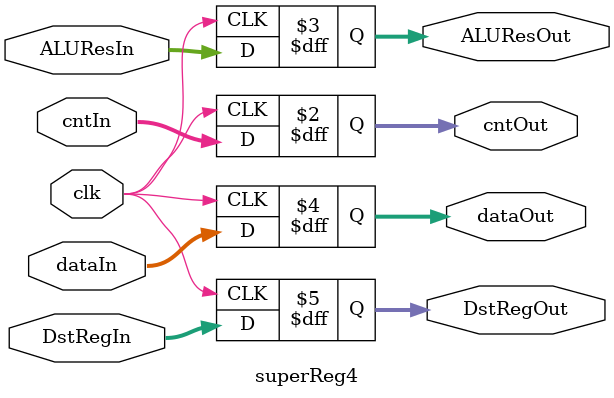
<source format=v>
`timescale 1ns/1ns
module superReg4(input [1:0]cntIn,input [31:0]ALUResIn,dataIn,input [4:0]DstRegIn,input clk,
  output reg [1:0]cntOut,output reg [31:0]ALUResOut,dataOut,output reg [4:0]DstRegOut);
  always@(posedge clk) begin
    cntOut <= cntIn;
    ALUResOut <= ALUResIn;
    dataOut <= dataIn;
    DstRegOut <= DstRegIn;
  end
endmodule


</source>
